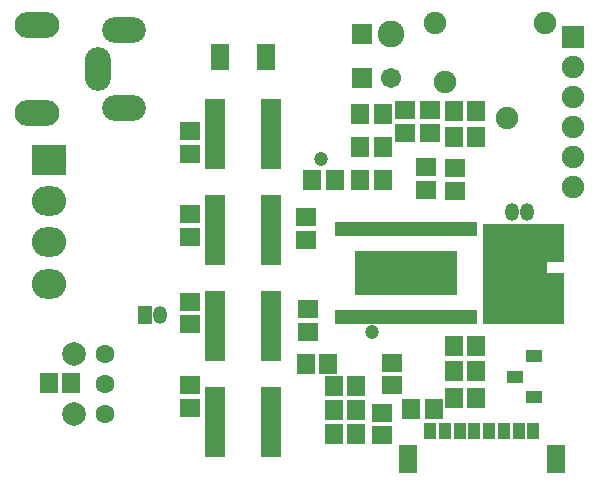
<source format=gbr>
G04 DipTrace 3.3.1.3*
G04 BottomMask.gbr*
%MOIN*%
G04 #@! TF.FileFunction,Soldermask,Bot*
G04 #@! TF.Part,Single*
%ADD53C,0.08905*%
%ADD93C,0.047402*%
%ADD99C,0.078898*%
%ADD101C,0.06315*%
%ADD109R,0.342677X0.145827*%
%ADD111R,0.019252X0.047402*%
%ADD115R,0.057244X0.043465*%
%ADD129R,0.071024X0.232441*%
%ADD131O,0.047402X0.059213*%
%ADD133R,0.047402X0.059213*%
%ADD135R,0.059213X0.092677*%
%ADD137R,0.039528X0.055276*%
%ADD139O,0.114331X0.098583*%
%ADD141R,0.114331X0.098583*%
%ADD143C,0.067402*%
%ADD145R,0.067402X0.067402*%
%ADD147R,0.074961X0.074961*%
%ADD149C,0.074961*%
%ADD151O,0.149764X0.086772*%
%ADD153O,0.086772X0.145827*%
%ADD155O,0.145827X0.086772*%
%ADD159R,0.06315X0.090709*%
%ADD163R,0.059213X0.067087*%
%ADD165R,0.067087X0.059213*%
%FSLAX26Y26*%
G04*
G70*
G90*
G75*
G01*
G04 BotMask*
%LPD*%
D93*
X1463724Y1457008D3*
X1633016Y878268D3*
D165*
X1743252Y1543622D3*
Y1618425D3*
D163*
X1593337Y1386375D3*
X1668140D3*
X1580388Y699046D3*
X1505585D3*
X1593134Y1495630D3*
X1667937D3*
X1593134Y1604213D3*
X1667937D3*
X1580388Y618720D3*
X1505585D3*
X1580184Y538395D3*
X1505381D3*
X1979472Y748346D3*
X1904669D3*
D165*
X1908606Y1425512D3*
Y1350709D3*
D163*
X1979983Y660366D3*
X1905180D3*
X1762937Y622362D3*
X1837740D3*
D165*
X1812596Y1352808D3*
Y1427612D3*
D163*
X1979472Y1527874D3*
X1904669D3*
X1904975Y831243D3*
X1979778D3*
D165*
X1413487Y1261362D3*
Y1186559D3*
X1699945Y701102D3*
Y775906D3*
X1664512Y535748D3*
Y610551D3*
D163*
X1433862Y1386375D3*
X1508665D3*
D165*
X1419738Y880277D3*
Y955080D3*
D163*
X1411864Y773811D3*
X1486667D3*
D165*
X1026717Y905827D3*
Y980630D3*
Y626299D3*
Y701102D3*
Y1547559D3*
Y1472756D3*
Y1271969D3*
Y1197165D3*
D163*
X629079Y708976D3*
X554276D3*
D159*
X1278685Y1795591D3*
X1125147D3*
D155*
X806244Y1626299D3*
D153*
X719630Y1756220D3*
D155*
X806244Y1886142D3*
D151*
X514906Y1901890D3*
Y1610551D3*
D149*
X2207819Y1909764D3*
X2081835Y1590866D3*
X1877110Y1712913D3*
X1841677Y1909764D3*
D147*
X2302307Y1862520D3*
D149*
Y1762520D3*
Y1662520D3*
Y1562520D3*
Y1462520D3*
Y1362520D3*
D145*
X1597585Y1724724D3*
D143*
X1696005D3*
D141*
X554276Y1453071D3*
D139*
Y1315276D3*
Y1177480D3*
Y1039685D3*
D137*
X1825929Y547559D3*
X1875142D3*
D135*
X2245220Y457205D3*
X1751126D3*
D137*
X1924354Y547559D3*
X2022780D3*
X1973567D3*
X2121205D3*
X2071992D3*
X2170417D3*
D133*
X875732Y935945D3*
D131*
X925732D3*
X2098764Y1279843D3*
X2148764D3*
D145*
X1597585Y1872362D3*
D53*
X1696005D3*
D129*
X1294433Y899168D3*
X1109394D3*
X1294433Y579055D3*
X1109394D3*
X1294433Y1539395D3*
X1109394D3*
X1294433Y1219282D3*
X1109394D3*
D165*
X1825929Y1543622D3*
Y1618425D3*
D163*
X1979472Y1614488D3*
X1904669D3*
D115*
X2172386Y799528D3*
Y661732D3*
X2109394Y730631D3*
D111*
X1518125Y1223858D3*
X1537810D3*
X1557495D3*
X1577180D3*
X1596865D3*
X1616550D3*
X1636235D3*
X1655920D3*
X1675605D3*
X1695290D3*
X1714975D3*
X1734660D3*
X1754345D3*
X1774030D3*
X1793715D3*
X1813400D3*
X1833085D3*
X1852770D3*
X1872455D3*
X1892140D3*
X1911825D3*
X1931510D3*
X1951196D3*
X1970881D3*
Y928583D3*
X1951196D3*
X1931510D3*
X1911825D3*
X1892140D3*
X1872455D3*
X1852770D3*
X1833085D3*
X1813400D3*
X1793715D3*
X1774030D3*
X1754345D3*
X1734660D3*
X1714975D3*
X1695290D3*
X1675605D3*
X1655920D3*
X1636235D3*
X1616550D3*
X1596865D3*
X1577180D3*
X1557495D3*
X1537810D3*
X1518125D3*
D109*
X1744503Y1076220D3*
D101*
X741283Y606614D3*
Y706614D3*
Y806614D3*
D99*
X638134Y606614D3*
Y806614D3*
G36*
X2003094Y1238504D2*
X2271795D1*
Y1112520D1*
X2215693D1*
Y1077087D1*
X2271795D1*
Y905827D1*
X2003094D1*
D1*
Y1238504D1*
G37*
M02*

</source>
